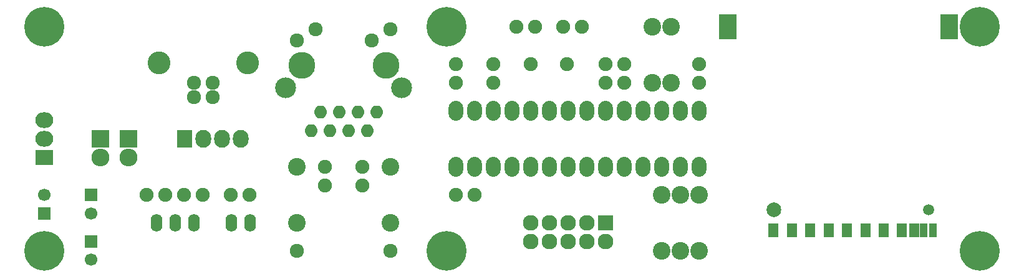
<source format=gts>
G04 #@! TF.FileFunction,Soldermask,Top*
%FSLAX46Y46*%
G04 Gerber Fmt 4.6, Leading zero omitted, Abs format (unit mm)*
G04 Created by KiCad (PCBNEW 4.0.1-stable) date 2016 February 17, Wednesday 21:26:15*
%MOMM*%
G01*
G04 APERTURE LIST*
%ADD10C,0.100000*%
%ADD11R,2.127200X2.127200*%
%ADD12O,2.127200X2.127200*%
%ADD13C,5.400000*%
%ADD14C,2.398980*%
%ADD15C,1.924000*%
%ADD16C,3.100020*%
%ADD17O,2.000000X2.700000*%
%ADD18C,1.499820*%
%ADD19C,1.997660*%
%ADD20R,1.398220X1.898600*%
%ADD21R,1.098500X1.898600*%
%ADD22R,2.398980X3.399740*%
%ADD23R,2.127200X2.432000*%
%ADD24O,2.127200X2.432000*%
%ADD25C,1.901140*%
%ADD26O,1.600000X2.400000*%
%ADD27R,1.700000X1.700000*%
%ADD28C,1.700000*%
%ADD29R,2.432000X2.432000*%
%ADD30O,2.432000X2.432000*%
%ADD31R,2.432000X2.127200*%
%ADD32O,2.432000X2.127200*%
%ADD33C,3.651200*%
%ADD34O,1.771600X1.771600*%
%ADD35O,2.838400X2.838400*%
%ADD36O,1.924000X1.924000*%
G04 APERTURE END LIST*
D10*
D11*
X156210000Y-106680000D03*
D12*
X156210000Y-109220000D03*
X153670000Y-106680000D03*
X153670000Y-109220000D03*
X151130000Y-106680000D03*
X151130000Y-109220000D03*
X148590000Y-106680000D03*
X148590000Y-109220000D03*
X146050000Y-106680000D03*
X146050000Y-109220000D03*
D13*
X207010000Y-110490000D03*
X207010000Y-80010000D03*
X134620000Y-110490000D03*
X134620000Y-80010000D03*
X80010000Y-110490000D03*
D14*
X168910000Y-110490000D03*
X168910000Y-102870000D03*
X162560000Y-80010000D03*
X162560000Y-87630000D03*
X165100000Y-87630000D03*
X165100000Y-80010000D03*
X166370000Y-110490000D03*
X166370000Y-102870000D03*
X163830000Y-102870000D03*
X163830000Y-110490000D03*
X114300000Y-99060000D03*
X114300000Y-106680000D03*
X127000000Y-99060000D03*
X127000000Y-106680000D03*
D15*
X102870000Y-89628980D03*
X100330000Y-89628980D03*
X100330000Y-87630000D03*
X102870000Y-87630000D03*
D16*
X107599480Y-84929980D03*
X95600520Y-84929980D03*
D17*
X135890000Y-99060000D03*
X138430000Y-99060000D03*
X140970000Y-99060000D03*
X143510000Y-99060000D03*
X146050000Y-99060000D03*
X148590000Y-99060000D03*
X151130000Y-99060000D03*
X153670000Y-99060000D03*
X156210000Y-99060000D03*
X158750000Y-99060000D03*
X161290000Y-99060000D03*
X163830000Y-99060000D03*
X166370000Y-99060000D03*
X168910000Y-99060000D03*
X168910000Y-91440000D03*
X166370000Y-91440000D03*
X163830000Y-91440000D03*
X161290000Y-91440000D03*
X158750000Y-91440000D03*
X156210000Y-91440000D03*
X153670000Y-91440000D03*
X151130000Y-91440000D03*
X148590000Y-91440000D03*
X146050000Y-91440000D03*
X143510000Y-91440000D03*
X140970000Y-91440000D03*
X138430000Y-91440000D03*
X135890000Y-91440000D03*
D15*
X127000000Y-110490000D03*
X114300000Y-110490000D03*
D18*
X200068180Y-104957880D03*
D19*
X179070000Y-104957880D03*
D20*
X181498240Y-107759500D03*
X184000140Y-107759500D03*
X186499500Y-107759500D03*
X188996320Y-107759500D03*
X191498220Y-107759500D03*
X193997580Y-107759500D03*
X196425820Y-107759500D03*
X198127620Y-107759500D03*
X178998880Y-107759500D03*
D21*
X199428100Y-107759500D03*
X200626980Y-107759500D03*
D22*
X202897740Y-80010000D03*
X172798740Y-80010000D03*
D23*
X99060000Y-95250000D03*
D24*
X101600000Y-95250000D03*
X104140000Y-95250000D03*
X106680000Y-95250000D03*
D25*
X150931880Y-85090000D03*
X146050000Y-85090000D03*
D13*
X80010000Y-80010000D03*
D25*
X123190000Y-99060000D03*
X123190000Y-101600000D03*
X118110000Y-99060000D03*
X118110000Y-101600000D03*
X146685000Y-80010000D03*
X144145000Y-80010000D03*
X150495000Y-80010000D03*
X153035000Y-80010000D03*
X135890000Y-87630000D03*
X135890000Y-85090000D03*
X140970000Y-85090000D03*
X140970000Y-87630000D03*
X156210000Y-85090000D03*
X156210000Y-87630000D03*
X158750000Y-85090000D03*
X158750000Y-87630000D03*
X168910000Y-85090000D03*
X168910000Y-87630000D03*
X135890000Y-102870000D03*
X138430000Y-102870000D03*
D26*
X107950000Y-106680000D03*
X105410000Y-106680000D03*
X100330000Y-106680000D03*
X97790000Y-106680000D03*
X95250000Y-106680000D03*
D25*
X98936265Y-102898491D03*
X101476265Y-102898491D03*
D27*
X80010000Y-105410000D03*
D28*
X80010000Y-102910000D03*
D27*
X86360000Y-102910000D03*
D28*
X86360000Y-105410000D03*
D25*
X105286265Y-102898491D03*
X107826265Y-102898491D03*
X93856265Y-102898491D03*
X96396265Y-102898491D03*
D27*
X86360000Y-109220000D03*
D28*
X86360000Y-111720000D03*
D29*
X87630000Y-95250000D03*
D30*
X87630000Y-97790000D03*
D29*
X91440000Y-95250000D03*
D30*
X91440000Y-97790000D03*
D31*
X80010000Y-97790000D03*
D32*
X80010000Y-95250000D03*
X80010000Y-92710000D03*
D33*
X114960400Y-85293200D03*
X126390400Y-85293200D03*
D34*
X125120400Y-91643200D03*
X123850400Y-94183200D03*
X122580400Y-91643200D03*
X121310400Y-94183200D03*
X120040400Y-91643200D03*
X118770400Y-94183200D03*
X117500400Y-91643200D03*
X116230400Y-94183200D03*
D35*
X112801400Y-88341200D03*
X128549400Y-88341200D03*
D36*
X127000000Y-80391000D03*
X116865400Y-80391000D03*
X124460000Y-81915000D03*
X114325400Y-81915000D03*
M02*

</source>
